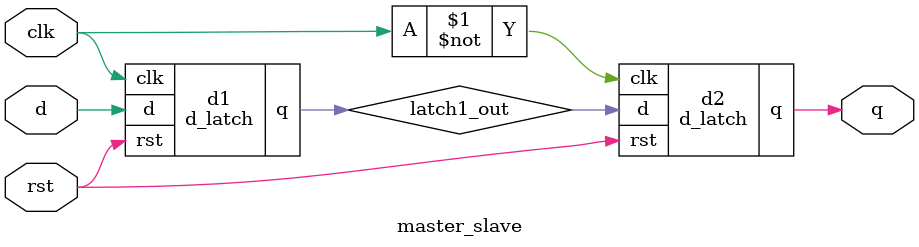
<source format=v>
module d_latch (input clk,rst,d,output reg q);

always @ (*) begin
	if (rst)
		q<=0;
	else
		if(clk)
			q<=d;
		else
			q<=q;

	end
endmodule



module master_slave (input clk,rst,d,output  q);


wire latch1_out;

d_latch d1 (clk,rst,d,latch1_out);			//clk=1 :master latch activated  reflects d
d_latch d2 (~clk,rst,latch1_out,q);			//clk=0 :slave  latch activated q reflects master latch output 
							
endmodule

//q updates value when only in negative transition 1=>0;

</source>
